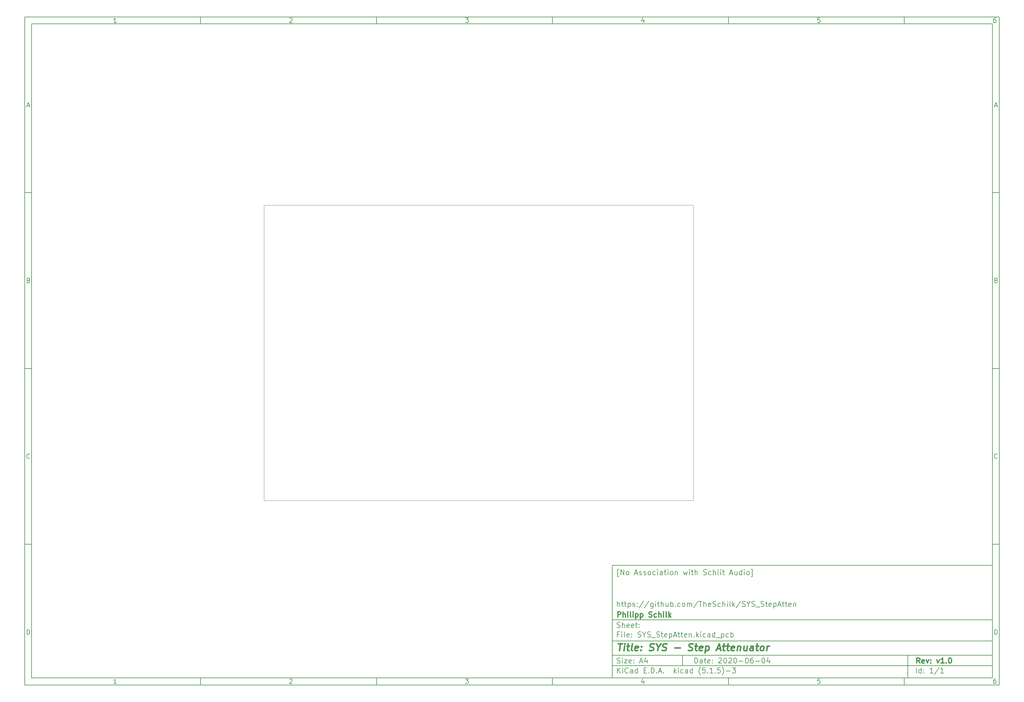
<source format=gbr>
G04 #@! TF.GenerationSoftware,KiCad,Pcbnew,(5.1.5)-3*
G04 #@! TF.CreationDate,2020-06-04T18:22:52+02:00*
G04 #@! TF.ProjectId,SYS_StepAtten,5359535f-5374-4657-9041-7474656e2e6b,v1.0*
G04 #@! TF.SameCoordinates,Original*
G04 #@! TF.FileFunction,Profile,NP*
%FSLAX46Y46*%
G04 Gerber Fmt 4.6, Leading zero omitted, Abs format (unit mm)*
G04 Created by KiCad (PCBNEW (5.1.5)-3) date 2020-06-04 18:22:52*
%MOMM*%
%LPD*%
G04 APERTURE LIST*
%ADD10C,0.100000*%
%ADD11C,0.150000*%
%ADD12C,0.300000*%
%ADD13C,0.400000*%
%ADD14C,0.050000*%
G04 APERTURE END LIST*
D10*
D11*
X177002200Y-166007200D02*
X177002200Y-198007200D01*
X285002200Y-198007200D01*
X285002200Y-166007200D01*
X177002200Y-166007200D01*
D10*
D11*
X10000000Y-10000000D02*
X10000000Y-200007200D01*
X287002200Y-200007200D01*
X287002200Y-10000000D01*
X10000000Y-10000000D01*
D10*
D11*
X12000000Y-12000000D02*
X12000000Y-198007200D01*
X285002200Y-198007200D01*
X285002200Y-12000000D01*
X12000000Y-12000000D01*
D10*
D11*
X60000000Y-12000000D02*
X60000000Y-10000000D01*
D10*
D11*
X110000000Y-12000000D02*
X110000000Y-10000000D01*
D10*
D11*
X160000000Y-12000000D02*
X160000000Y-10000000D01*
D10*
D11*
X210000000Y-12000000D02*
X210000000Y-10000000D01*
D10*
D11*
X260000000Y-12000000D02*
X260000000Y-10000000D01*
D10*
D11*
X36065476Y-11588095D02*
X35322619Y-11588095D01*
X35694047Y-11588095D02*
X35694047Y-10288095D01*
X35570238Y-10473809D01*
X35446428Y-10597619D01*
X35322619Y-10659523D01*
D10*
D11*
X85322619Y-10411904D02*
X85384523Y-10350000D01*
X85508333Y-10288095D01*
X85817857Y-10288095D01*
X85941666Y-10350000D01*
X86003571Y-10411904D01*
X86065476Y-10535714D01*
X86065476Y-10659523D01*
X86003571Y-10845238D01*
X85260714Y-11588095D01*
X86065476Y-11588095D01*
D10*
D11*
X135260714Y-10288095D02*
X136065476Y-10288095D01*
X135632142Y-10783333D01*
X135817857Y-10783333D01*
X135941666Y-10845238D01*
X136003571Y-10907142D01*
X136065476Y-11030952D01*
X136065476Y-11340476D01*
X136003571Y-11464285D01*
X135941666Y-11526190D01*
X135817857Y-11588095D01*
X135446428Y-11588095D01*
X135322619Y-11526190D01*
X135260714Y-11464285D01*
D10*
D11*
X185941666Y-10721428D02*
X185941666Y-11588095D01*
X185632142Y-10226190D02*
X185322619Y-11154761D01*
X186127380Y-11154761D01*
D10*
D11*
X236003571Y-10288095D02*
X235384523Y-10288095D01*
X235322619Y-10907142D01*
X235384523Y-10845238D01*
X235508333Y-10783333D01*
X235817857Y-10783333D01*
X235941666Y-10845238D01*
X236003571Y-10907142D01*
X236065476Y-11030952D01*
X236065476Y-11340476D01*
X236003571Y-11464285D01*
X235941666Y-11526190D01*
X235817857Y-11588095D01*
X235508333Y-11588095D01*
X235384523Y-11526190D01*
X235322619Y-11464285D01*
D10*
D11*
X285941666Y-10288095D02*
X285694047Y-10288095D01*
X285570238Y-10350000D01*
X285508333Y-10411904D01*
X285384523Y-10597619D01*
X285322619Y-10845238D01*
X285322619Y-11340476D01*
X285384523Y-11464285D01*
X285446428Y-11526190D01*
X285570238Y-11588095D01*
X285817857Y-11588095D01*
X285941666Y-11526190D01*
X286003571Y-11464285D01*
X286065476Y-11340476D01*
X286065476Y-11030952D01*
X286003571Y-10907142D01*
X285941666Y-10845238D01*
X285817857Y-10783333D01*
X285570238Y-10783333D01*
X285446428Y-10845238D01*
X285384523Y-10907142D01*
X285322619Y-11030952D01*
D10*
D11*
X60000000Y-198007200D02*
X60000000Y-200007200D01*
D10*
D11*
X110000000Y-198007200D02*
X110000000Y-200007200D01*
D10*
D11*
X160000000Y-198007200D02*
X160000000Y-200007200D01*
D10*
D11*
X210000000Y-198007200D02*
X210000000Y-200007200D01*
D10*
D11*
X260000000Y-198007200D02*
X260000000Y-200007200D01*
D10*
D11*
X36065476Y-199595295D02*
X35322619Y-199595295D01*
X35694047Y-199595295D02*
X35694047Y-198295295D01*
X35570238Y-198481009D01*
X35446428Y-198604819D01*
X35322619Y-198666723D01*
D10*
D11*
X85322619Y-198419104D02*
X85384523Y-198357200D01*
X85508333Y-198295295D01*
X85817857Y-198295295D01*
X85941666Y-198357200D01*
X86003571Y-198419104D01*
X86065476Y-198542914D01*
X86065476Y-198666723D01*
X86003571Y-198852438D01*
X85260714Y-199595295D01*
X86065476Y-199595295D01*
D10*
D11*
X135260714Y-198295295D02*
X136065476Y-198295295D01*
X135632142Y-198790533D01*
X135817857Y-198790533D01*
X135941666Y-198852438D01*
X136003571Y-198914342D01*
X136065476Y-199038152D01*
X136065476Y-199347676D01*
X136003571Y-199471485D01*
X135941666Y-199533390D01*
X135817857Y-199595295D01*
X135446428Y-199595295D01*
X135322619Y-199533390D01*
X135260714Y-199471485D01*
D10*
D11*
X185941666Y-198728628D02*
X185941666Y-199595295D01*
X185632142Y-198233390D02*
X185322619Y-199161961D01*
X186127380Y-199161961D01*
D10*
D11*
X236003571Y-198295295D02*
X235384523Y-198295295D01*
X235322619Y-198914342D01*
X235384523Y-198852438D01*
X235508333Y-198790533D01*
X235817857Y-198790533D01*
X235941666Y-198852438D01*
X236003571Y-198914342D01*
X236065476Y-199038152D01*
X236065476Y-199347676D01*
X236003571Y-199471485D01*
X235941666Y-199533390D01*
X235817857Y-199595295D01*
X235508333Y-199595295D01*
X235384523Y-199533390D01*
X235322619Y-199471485D01*
D10*
D11*
X285941666Y-198295295D02*
X285694047Y-198295295D01*
X285570238Y-198357200D01*
X285508333Y-198419104D01*
X285384523Y-198604819D01*
X285322619Y-198852438D01*
X285322619Y-199347676D01*
X285384523Y-199471485D01*
X285446428Y-199533390D01*
X285570238Y-199595295D01*
X285817857Y-199595295D01*
X285941666Y-199533390D01*
X286003571Y-199471485D01*
X286065476Y-199347676D01*
X286065476Y-199038152D01*
X286003571Y-198914342D01*
X285941666Y-198852438D01*
X285817857Y-198790533D01*
X285570238Y-198790533D01*
X285446428Y-198852438D01*
X285384523Y-198914342D01*
X285322619Y-199038152D01*
D10*
D11*
X10000000Y-60000000D02*
X12000000Y-60000000D01*
D10*
D11*
X10000000Y-110000000D02*
X12000000Y-110000000D01*
D10*
D11*
X10000000Y-160000000D02*
X12000000Y-160000000D01*
D10*
D11*
X10690476Y-35216666D02*
X11309523Y-35216666D01*
X10566666Y-35588095D02*
X11000000Y-34288095D01*
X11433333Y-35588095D01*
D10*
D11*
X11092857Y-84907142D02*
X11278571Y-84969047D01*
X11340476Y-85030952D01*
X11402380Y-85154761D01*
X11402380Y-85340476D01*
X11340476Y-85464285D01*
X11278571Y-85526190D01*
X11154761Y-85588095D01*
X10659523Y-85588095D01*
X10659523Y-84288095D01*
X11092857Y-84288095D01*
X11216666Y-84350000D01*
X11278571Y-84411904D01*
X11340476Y-84535714D01*
X11340476Y-84659523D01*
X11278571Y-84783333D01*
X11216666Y-84845238D01*
X11092857Y-84907142D01*
X10659523Y-84907142D01*
D10*
D11*
X11402380Y-135464285D02*
X11340476Y-135526190D01*
X11154761Y-135588095D01*
X11030952Y-135588095D01*
X10845238Y-135526190D01*
X10721428Y-135402380D01*
X10659523Y-135278571D01*
X10597619Y-135030952D01*
X10597619Y-134845238D01*
X10659523Y-134597619D01*
X10721428Y-134473809D01*
X10845238Y-134350000D01*
X11030952Y-134288095D01*
X11154761Y-134288095D01*
X11340476Y-134350000D01*
X11402380Y-134411904D01*
D10*
D11*
X10659523Y-185588095D02*
X10659523Y-184288095D01*
X10969047Y-184288095D01*
X11154761Y-184350000D01*
X11278571Y-184473809D01*
X11340476Y-184597619D01*
X11402380Y-184845238D01*
X11402380Y-185030952D01*
X11340476Y-185278571D01*
X11278571Y-185402380D01*
X11154761Y-185526190D01*
X10969047Y-185588095D01*
X10659523Y-185588095D01*
D10*
D11*
X287002200Y-60000000D02*
X285002200Y-60000000D01*
D10*
D11*
X287002200Y-110000000D02*
X285002200Y-110000000D01*
D10*
D11*
X287002200Y-160000000D02*
X285002200Y-160000000D01*
D10*
D11*
X285692676Y-35216666D02*
X286311723Y-35216666D01*
X285568866Y-35588095D02*
X286002200Y-34288095D01*
X286435533Y-35588095D01*
D10*
D11*
X286095057Y-84907142D02*
X286280771Y-84969047D01*
X286342676Y-85030952D01*
X286404580Y-85154761D01*
X286404580Y-85340476D01*
X286342676Y-85464285D01*
X286280771Y-85526190D01*
X286156961Y-85588095D01*
X285661723Y-85588095D01*
X285661723Y-84288095D01*
X286095057Y-84288095D01*
X286218866Y-84350000D01*
X286280771Y-84411904D01*
X286342676Y-84535714D01*
X286342676Y-84659523D01*
X286280771Y-84783333D01*
X286218866Y-84845238D01*
X286095057Y-84907142D01*
X285661723Y-84907142D01*
D10*
D11*
X286404580Y-135464285D02*
X286342676Y-135526190D01*
X286156961Y-135588095D01*
X286033152Y-135588095D01*
X285847438Y-135526190D01*
X285723628Y-135402380D01*
X285661723Y-135278571D01*
X285599819Y-135030952D01*
X285599819Y-134845238D01*
X285661723Y-134597619D01*
X285723628Y-134473809D01*
X285847438Y-134350000D01*
X286033152Y-134288095D01*
X286156961Y-134288095D01*
X286342676Y-134350000D01*
X286404580Y-134411904D01*
D10*
D11*
X285661723Y-185588095D02*
X285661723Y-184288095D01*
X285971247Y-184288095D01*
X286156961Y-184350000D01*
X286280771Y-184473809D01*
X286342676Y-184597619D01*
X286404580Y-184845238D01*
X286404580Y-185030952D01*
X286342676Y-185278571D01*
X286280771Y-185402380D01*
X286156961Y-185526190D01*
X285971247Y-185588095D01*
X285661723Y-185588095D01*
D10*
D11*
X200434342Y-193785771D02*
X200434342Y-192285771D01*
X200791485Y-192285771D01*
X201005771Y-192357200D01*
X201148628Y-192500057D01*
X201220057Y-192642914D01*
X201291485Y-192928628D01*
X201291485Y-193142914D01*
X201220057Y-193428628D01*
X201148628Y-193571485D01*
X201005771Y-193714342D01*
X200791485Y-193785771D01*
X200434342Y-193785771D01*
X202577200Y-193785771D02*
X202577200Y-193000057D01*
X202505771Y-192857200D01*
X202362914Y-192785771D01*
X202077200Y-192785771D01*
X201934342Y-192857200D01*
X202577200Y-193714342D02*
X202434342Y-193785771D01*
X202077200Y-193785771D01*
X201934342Y-193714342D01*
X201862914Y-193571485D01*
X201862914Y-193428628D01*
X201934342Y-193285771D01*
X202077200Y-193214342D01*
X202434342Y-193214342D01*
X202577200Y-193142914D01*
X203077200Y-192785771D02*
X203648628Y-192785771D01*
X203291485Y-192285771D02*
X203291485Y-193571485D01*
X203362914Y-193714342D01*
X203505771Y-193785771D01*
X203648628Y-193785771D01*
X204720057Y-193714342D02*
X204577200Y-193785771D01*
X204291485Y-193785771D01*
X204148628Y-193714342D01*
X204077200Y-193571485D01*
X204077200Y-193000057D01*
X204148628Y-192857200D01*
X204291485Y-192785771D01*
X204577200Y-192785771D01*
X204720057Y-192857200D01*
X204791485Y-193000057D01*
X204791485Y-193142914D01*
X204077200Y-193285771D01*
X205434342Y-193642914D02*
X205505771Y-193714342D01*
X205434342Y-193785771D01*
X205362914Y-193714342D01*
X205434342Y-193642914D01*
X205434342Y-193785771D01*
X205434342Y-192857200D02*
X205505771Y-192928628D01*
X205434342Y-193000057D01*
X205362914Y-192928628D01*
X205434342Y-192857200D01*
X205434342Y-193000057D01*
X207220057Y-192428628D02*
X207291485Y-192357200D01*
X207434342Y-192285771D01*
X207791485Y-192285771D01*
X207934342Y-192357200D01*
X208005771Y-192428628D01*
X208077200Y-192571485D01*
X208077200Y-192714342D01*
X208005771Y-192928628D01*
X207148628Y-193785771D01*
X208077200Y-193785771D01*
X209005771Y-192285771D02*
X209148628Y-192285771D01*
X209291485Y-192357200D01*
X209362914Y-192428628D01*
X209434342Y-192571485D01*
X209505771Y-192857200D01*
X209505771Y-193214342D01*
X209434342Y-193500057D01*
X209362914Y-193642914D01*
X209291485Y-193714342D01*
X209148628Y-193785771D01*
X209005771Y-193785771D01*
X208862914Y-193714342D01*
X208791485Y-193642914D01*
X208720057Y-193500057D01*
X208648628Y-193214342D01*
X208648628Y-192857200D01*
X208720057Y-192571485D01*
X208791485Y-192428628D01*
X208862914Y-192357200D01*
X209005771Y-192285771D01*
X210077200Y-192428628D02*
X210148628Y-192357200D01*
X210291485Y-192285771D01*
X210648628Y-192285771D01*
X210791485Y-192357200D01*
X210862914Y-192428628D01*
X210934342Y-192571485D01*
X210934342Y-192714342D01*
X210862914Y-192928628D01*
X210005771Y-193785771D01*
X210934342Y-193785771D01*
X211862914Y-192285771D02*
X212005771Y-192285771D01*
X212148628Y-192357200D01*
X212220057Y-192428628D01*
X212291485Y-192571485D01*
X212362914Y-192857200D01*
X212362914Y-193214342D01*
X212291485Y-193500057D01*
X212220057Y-193642914D01*
X212148628Y-193714342D01*
X212005771Y-193785771D01*
X211862914Y-193785771D01*
X211720057Y-193714342D01*
X211648628Y-193642914D01*
X211577200Y-193500057D01*
X211505771Y-193214342D01*
X211505771Y-192857200D01*
X211577200Y-192571485D01*
X211648628Y-192428628D01*
X211720057Y-192357200D01*
X211862914Y-192285771D01*
X213005771Y-193214342D02*
X214148628Y-193214342D01*
X215148628Y-192285771D02*
X215291485Y-192285771D01*
X215434342Y-192357200D01*
X215505771Y-192428628D01*
X215577200Y-192571485D01*
X215648628Y-192857200D01*
X215648628Y-193214342D01*
X215577200Y-193500057D01*
X215505771Y-193642914D01*
X215434342Y-193714342D01*
X215291485Y-193785771D01*
X215148628Y-193785771D01*
X215005771Y-193714342D01*
X214934342Y-193642914D01*
X214862914Y-193500057D01*
X214791485Y-193214342D01*
X214791485Y-192857200D01*
X214862914Y-192571485D01*
X214934342Y-192428628D01*
X215005771Y-192357200D01*
X215148628Y-192285771D01*
X216934342Y-192285771D02*
X216648628Y-192285771D01*
X216505771Y-192357200D01*
X216434342Y-192428628D01*
X216291485Y-192642914D01*
X216220057Y-192928628D01*
X216220057Y-193500057D01*
X216291485Y-193642914D01*
X216362914Y-193714342D01*
X216505771Y-193785771D01*
X216791485Y-193785771D01*
X216934342Y-193714342D01*
X217005771Y-193642914D01*
X217077200Y-193500057D01*
X217077200Y-193142914D01*
X217005771Y-193000057D01*
X216934342Y-192928628D01*
X216791485Y-192857200D01*
X216505771Y-192857200D01*
X216362914Y-192928628D01*
X216291485Y-193000057D01*
X216220057Y-193142914D01*
X217720057Y-193214342D02*
X218862914Y-193214342D01*
X219862914Y-192285771D02*
X220005771Y-192285771D01*
X220148628Y-192357200D01*
X220220057Y-192428628D01*
X220291485Y-192571485D01*
X220362914Y-192857200D01*
X220362914Y-193214342D01*
X220291485Y-193500057D01*
X220220057Y-193642914D01*
X220148628Y-193714342D01*
X220005771Y-193785771D01*
X219862914Y-193785771D01*
X219720057Y-193714342D01*
X219648628Y-193642914D01*
X219577200Y-193500057D01*
X219505771Y-193214342D01*
X219505771Y-192857200D01*
X219577200Y-192571485D01*
X219648628Y-192428628D01*
X219720057Y-192357200D01*
X219862914Y-192285771D01*
X221648628Y-192785771D02*
X221648628Y-193785771D01*
X221291485Y-192214342D02*
X220934342Y-193285771D01*
X221862914Y-193285771D01*
D10*
D11*
X177002200Y-194507200D02*
X285002200Y-194507200D01*
D10*
D11*
X178434342Y-196585771D02*
X178434342Y-195085771D01*
X179291485Y-196585771D02*
X178648628Y-195728628D01*
X179291485Y-195085771D02*
X178434342Y-195942914D01*
X179934342Y-196585771D02*
X179934342Y-195585771D01*
X179934342Y-195085771D02*
X179862914Y-195157200D01*
X179934342Y-195228628D01*
X180005771Y-195157200D01*
X179934342Y-195085771D01*
X179934342Y-195228628D01*
X181505771Y-196442914D02*
X181434342Y-196514342D01*
X181220057Y-196585771D01*
X181077200Y-196585771D01*
X180862914Y-196514342D01*
X180720057Y-196371485D01*
X180648628Y-196228628D01*
X180577200Y-195942914D01*
X180577200Y-195728628D01*
X180648628Y-195442914D01*
X180720057Y-195300057D01*
X180862914Y-195157200D01*
X181077200Y-195085771D01*
X181220057Y-195085771D01*
X181434342Y-195157200D01*
X181505771Y-195228628D01*
X182791485Y-196585771D02*
X182791485Y-195800057D01*
X182720057Y-195657200D01*
X182577200Y-195585771D01*
X182291485Y-195585771D01*
X182148628Y-195657200D01*
X182791485Y-196514342D02*
X182648628Y-196585771D01*
X182291485Y-196585771D01*
X182148628Y-196514342D01*
X182077200Y-196371485D01*
X182077200Y-196228628D01*
X182148628Y-196085771D01*
X182291485Y-196014342D01*
X182648628Y-196014342D01*
X182791485Y-195942914D01*
X184148628Y-196585771D02*
X184148628Y-195085771D01*
X184148628Y-196514342D02*
X184005771Y-196585771D01*
X183720057Y-196585771D01*
X183577200Y-196514342D01*
X183505771Y-196442914D01*
X183434342Y-196300057D01*
X183434342Y-195871485D01*
X183505771Y-195728628D01*
X183577200Y-195657200D01*
X183720057Y-195585771D01*
X184005771Y-195585771D01*
X184148628Y-195657200D01*
X186005771Y-195800057D02*
X186505771Y-195800057D01*
X186720057Y-196585771D02*
X186005771Y-196585771D01*
X186005771Y-195085771D01*
X186720057Y-195085771D01*
X187362914Y-196442914D02*
X187434342Y-196514342D01*
X187362914Y-196585771D01*
X187291485Y-196514342D01*
X187362914Y-196442914D01*
X187362914Y-196585771D01*
X188077200Y-196585771D02*
X188077200Y-195085771D01*
X188434342Y-195085771D01*
X188648628Y-195157200D01*
X188791485Y-195300057D01*
X188862914Y-195442914D01*
X188934342Y-195728628D01*
X188934342Y-195942914D01*
X188862914Y-196228628D01*
X188791485Y-196371485D01*
X188648628Y-196514342D01*
X188434342Y-196585771D01*
X188077200Y-196585771D01*
X189577200Y-196442914D02*
X189648628Y-196514342D01*
X189577200Y-196585771D01*
X189505771Y-196514342D01*
X189577200Y-196442914D01*
X189577200Y-196585771D01*
X190220057Y-196157200D02*
X190934342Y-196157200D01*
X190077200Y-196585771D02*
X190577200Y-195085771D01*
X191077200Y-196585771D01*
X191577200Y-196442914D02*
X191648628Y-196514342D01*
X191577200Y-196585771D01*
X191505771Y-196514342D01*
X191577200Y-196442914D01*
X191577200Y-196585771D01*
X194577200Y-196585771D02*
X194577200Y-195085771D01*
X194720057Y-196014342D02*
X195148628Y-196585771D01*
X195148628Y-195585771D02*
X194577200Y-196157200D01*
X195791485Y-196585771D02*
X195791485Y-195585771D01*
X195791485Y-195085771D02*
X195720057Y-195157200D01*
X195791485Y-195228628D01*
X195862914Y-195157200D01*
X195791485Y-195085771D01*
X195791485Y-195228628D01*
X197148628Y-196514342D02*
X197005771Y-196585771D01*
X196720057Y-196585771D01*
X196577200Y-196514342D01*
X196505771Y-196442914D01*
X196434342Y-196300057D01*
X196434342Y-195871485D01*
X196505771Y-195728628D01*
X196577200Y-195657200D01*
X196720057Y-195585771D01*
X197005771Y-195585771D01*
X197148628Y-195657200D01*
X198434342Y-196585771D02*
X198434342Y-195800057D01*
X198362914Y-195657200D01*
X198220057Y-195585771D01*
X197934342Y-195585771D01*
X197791485Y-195657200D01*
X198434342Y-196514342D02*
X198291485Y-196585771D01*
X197934342Y-196585771D01*
X197791485Y-196514342D01*
X197720057Y-196371485D01*
X197720057Y-196228628D01*
X197791485Y-196085771D01*
X197934342Y-196014342D01*
X198291485Y-196014342D01*
X198434342Y-195942914D01*
X199791485Y-196585771D02*
X199791485Y-195085771D01*
X199791485Y-196514342D02*
X199648628Y-196585771D01*
X199362914Y-196585771D01*
X199220057Y-196514342D01*
X199148628Y-196442914D01*
X199077200Y-196300057D01*
X199077200Y-195871485D01*
X199148628Y-195728628D01*
X199220057Y-195657200D01*
X199362914Y-195585771D01*
X199648628Y-195585771D01*
X199791485Y-195657200D01*
X202077200Y-197157200D02*
X202005771Y-197085771D01*
X201862914Y-196871485D01*
X201791485Y-196728628D01*
X201720057Y-196514342D01*
X201648628Y-196157200D01*
X201648628Y-195871485D01*
X201720057Y-195514342D01*
X201791485Y-195300057D01*
X201862914Y-195157200D01*
X202005771Y-194942914D01*
X202077200Y-194871485D01*
X203362914Y-195085771D02*
X202648628Y-195085771D01*
X202577200Y-195800057D01*
X202648628Y-195728628D01*
X202791485Y-195657200D01*
X203148628Y-195657200D01*
X203291485Y-195728628D01*
X203362914Y-195800057D01*
X203434342Y-195942914D01*
X203434342Y-196300057D01*
X203362914Y-196442914D01*
X203291485Y-196514342D01*
X203148628Y-196585771D01*
X202791485Y-196585771D01*
X202648628Y-196514342D01*
X202577200Y-196442914D01*
X204077200Y-196442914D02*
X204148628Y-196514342D01*
X204077200Y-196585771D01*
X204005771Y-196514342D01*
X204077200Y-196442914D01*
X204077200Y-196585771D01*
X205577200Y-196585771D02*
X204720057Y-196585771D01*
X205148628Y-196585771D02*
X205148628Y-195085771D01*
X205005771Y-195300057D01*
X204862914Y-195442914D01*
X204720057Y-195514342D01*
X206220057Y-196442914D02*
X206291485Y-196514342D01*
X206220057Y-196585771D01*
X206148628Y-196514342D01*
X206220057Y-196442914D01*
X206220057Y-196585771D01*
X207648628Y-195085771D02*
X206934342Y-195085771D01*
X206862914Y-195800057D01*
X206934342Y-195728628D01*
X207077200Y-195657200D01*
X207434342Y-195657200D01*
X207577200Y-195728628D01*
X207648628Y-195800057D01*
X207720057Y-195942914D01*
X207720057Y-196300057D01*
X207648628Y-196442914D01*
X207577200Y-196514342D01*
X207434342Y-196585771D01*
X207077200Y-196585771D01*
X206934342Y-196514342D01*
X206862914Y-196442914D01*
X208220057Y-197157200D02*
X208291485Y-197085771D01*
X208434342Y-196871485D01*
X208505771Y-196728628D01*
X208577200Y-196514342D01*
X208648628Y-196157200D01*
X208648628Y-195871485D01*
X208577200Y-195514342D01*
X208505771Y-195300057D01*
X208434342Y-195157200D01*
X208291485Y-194942914D01*
X208220057Y-194871485D01*
X209362914Y-196014342D02*
X210505771Y-196014342D01*
X211077200Y-195085771D02*
X212005771Y-195085771D01*
X211505771Y-195657200D01*
X211720057Y-195657200D01*
X211862914Y-195728628D01*
X211934342Y-195800057D01*
X212005771Y-195942914D01*
X212005771Y-196300057D01*
X211934342Y-196442914D01*
X211862914Y-196514342D01*
X211720057Y-196585771D01*
X211291485Y-196585771D01*
X211148628Y-196514342D01*
X211077200Y-196442914D01*
D10*
D11*
X177002200Y-191507200D02*
X285002200Y-191507200D01*
D10*
D12*
X264411485Y-193785771D02*
X263911485Y-193071485D01*
X263554342Y-193785771D02*
X263554342Y-192285771D01*
X264125771Y-192285771D01*
X264268628Y-192357200D01*
X264340057Y-192428628D01*
X264411485Y-192571485D01*
X264411485Y-192785771D01*
X264340057Y-192928628D01*
X264268628Y-193000057D01*
X264125771Y-193071485D01*
X263554342Y-193071485D01*
X265625771Y-193714342D02*
X265482914Y-193785771D01*
X265197200Y-193785771D01*
X265054342Y-193714342D01*
X264982914Y-193571485D01*
X264982914Y-193000057D01*
X265054342Y-192857200D01*
X265197200Y-192785771D01*
X265482914Y-192785771D01*
X265625771Y-192857200D01*
X265697200Y-193000057D01*
X265697200Y-193142914D01*
X264982914Y-193285771D01*
X266197200Y-192785771D02*
X266554342Y-193785771D01*
X266911485Y-192785771D01*
X267482914Y-193642914D02*
X267554342Y-193714342D01*
X267482914Y-193785771D01*
X267411485Y-193714342D01*
X267482914Y-193642914D01*
X267482914Y-193785771D01*
X267482914Y-192857200D02*
X267554342Y-192928628D01*
X267482914Y-193000057D01*
X267411485Y-192928628D01*
X267482914Y-192857200D01*
X267482914Y-193000057D01*
X269197200Y-192785771D02*
X269554342Y-193785771D01*
X269911485Y-192785771D01*
X271268628Y-193785771D02*
X270411485Y-193785771D01*
X270840057Y-193785771D02*
X270840057Y-192285771D01*
X270697200Y-192500057D01*
X270554342Y-192642914D01*
X270411485Y-192714342D01*
X271911485Y-193642914D02*
X271982914Y-193714342D01*
X271911485Y-193785771D01*
X271840057Y-193714342D01*
X271911485Y-193642914D01*
X271911485Y-193785771D01*
X272911485Y-192285771D02*
X273054342Y-192285771D01*
X273197200Y-192357200D01*
X273268628Y-192428628D01*
X273340057Y-192571485D01*
X273411485Y-192857200D01*
X273411485Y-193214342D01*
X273340057Y-193500057D01*
X273268628Y-193642914D01*
X273197200Y-193714342D01*
X273054342Y-193785771D01*
X272911485Y-193785771D01*
X272768628Y-193714342D01*
X272697200Y-193642914D01*
X272625771Y-193500057D01*
X272554342Y-193214342D01*
X272554342Y-192857200D01*
X272625771Y-192571485D01*
X272697200Y-192428628D01*
X272768628Y-192357200D01*
X272911485Y-192285771D01*
D10*
D11*
X178362914Y-193714342D02*
X178577200Y-193785771D01*
X178934342Y-193785771D01*
X179077200Y-193714342D01*
X179148628Y-193642914D01*
X179220057Y-193500057D01*
X179220057Y-193357200D01*
X179148628Y-193214342D01*
X179077200Y-193142914D01*
X178934342Y-193071485D01*
X178648628Y-193000057D01*
X178505771Y-192928628D01*
X178434342Y-192857200D01*
X178362914Y-192714342D01*
X178362914Y-192571485D01*
X178434342Y-192428628D01*
X178505771Y-192357200D01*
X178648628Y-192285771D01*
X179005771Y-192285771D01*
X179220057Y-192357200D01*
X179862914Y-193785771D02*
X179862914Y-192785771D01*
X179862914Y-192285771D02*
X179791485Y-192357200D01*
X179862914Y-192428628D01*
X179934342Y-192357200D01*
X179862914Y-192285771D01*
X179862914Y-192428628D01*
X180434342Y-192785771D02*
X181220057Y-192785771D01*
X180434342Y-193785771D01*
X181220057Y-193785771D01*
X182362914Y-193714342D02*
X182220057Y-193785771D01*
X181934342Y-193785771D01*
X181791485Y-193714342D01*
X181720057Y-193571485D01*
X181720057Y-193000057D01*
X181791485Y-192857200D01*
X181934342Y-192785771D01*
X182220057Y-192785771D01*
X182362914Y-192857200D01*
X182434342Y-193000057D01*
X182434342Y-193142914D01*
X181720057Y-193285771D01*
X183077200Y-193642914D02*
X183148628Y-193714342D01*
X183077200Y-193785771D01*
X183005771Y-193714342D01*
X183077200Y-193642914D01*
X183077200Y-193785771D01*
X183077200Y-192857200D02*
X183148628Y-192928628D01*
X183077200Y-193000057D01*
X183005771Y-192928628D01*
X183077200Y-192857200D01*
X183077200Y-193000057D01*
X184862914Y-193357200D02*
X185577200Y-193357200D01*
X184720057Y-193785771D02*
X185220057Y-192285771D01*
X185720057Y-193785771D01*
X186862914Y-192785771D02*
X186862914Y-193785771D01*
X186505771Y-192214342D02*
X186148628Y-193285771D01*
X187077200Y-193285771D01*
D10*
D11*
X263434342Y-196585771D02*
X263434342Y-195085771D01*
X264791485Y-196585771D02*
X264791485Y-195085771D01*
X264791485Y-196514342D02*
X264648628Y-196585771D01*
X264362914Y-196585771D01*
X264220057Y-196514342D01*
X264148628Y-196442914D01*
X264077200Y-196300057D01*
X264077200Y-195871485D01*
X264148628Y-195728628D01*
X264220057Y-195657200D01*
X264362914Y-195585771D01*
X264648628Y-195585771D01*
X264791485Y-195657200D01*
X265505771Y-196442914D02*
X265577200Y-196514342D01*
X265505771Y-196585771D01*
X265434342Y-196514342D01*
X265505771Y-196442914D01*
X265505771Y-196585771D01*
X265505771Y-195657200D02*
X265577200Y-195728628D01*
X265505771Y-195800057D01*
X265434342Y-195728628D01*
X265505771Y-195657200D01*
X265505771Y-195800057D01*
X268148628Y-196585771D02*
X267291485Y-196585771D01*
X267720057Y-196585771D02*
X267720057Y-195085771D01*
X267577200Y-195300057D01*
X267434342Y-195442914D01*
X267291485Y-195514342D01*
X269862914Y-195014342D02*
X268577200Y-196942914D01*
X271148628Y-196585771D02*
X270291485Y-196585771D01*
X270720057Y-196585771D02*
X270720057Y-195085771D01*
X270577200Y-195300057D01*
X270434342Y-195442914D01*
X270291485Y-195514342D01*
D10*
D11*
X177002200Y-187507200D02*
X285002200Y-187507200D01*
D10*
D13*
X178714580Y-188211961D02*
X179857438Y-188211961D01*
X179036009Y-190211961D02*
X179286009Y-188211961D01*
X180274104Y-190211961D02*
X180440771Y-188878628D01*
X180524104Y-188211961D02*
X180416961Y-188307200D01*
X180500295Y-188402438D01*
X180607438Y-188307200D01*
X180524104Y-188211961D01*
X180500295Y-188402438D01*
X181107438Y-188878628D02*
X181869342Y-188878628D01*
X181476485Y-188211961D02*
X181262200Y-189926247D01*
X181333628Y-190116723D01*
X181512200Y-190211961D01*
X181702676Y-190211961D01*
X182655057Y-190211961D02*
X182476485Y-190116723D01*
X182405057Y-189926247D01*
X182619342Y-188211961D01*
X184190771Y-190116723D02*
X183988390Y-190211961D01*
X183607438Y-190211961D01*
X183428866Y-190116723D01*
X183357438Y-189926247D01*
X183452676Y-189164342D01*
X183571723Y-188973866D01*
X183774104Y-188878628D01*
X184155057Y-188878628D01*
X184333628Y-188973866D01*
X184405057Y-189164342D01*
X184381247Y-189354819D01*
X183405057Y-189545295D01*
X185155057Y-190021485D02*
X185238390Y-190116723D01*
X185131247Y-190211961D01*
X185047914Y-190116723D01*
X185155057Y-190021485D01*
X185131247Y-190211961D01*
X185286009Y-188973866D02*
X185369342Y-189069104D01*
X185262200Y-189164342D01*
X185178866Y-189069104D01*
X185286009Y-188973866D01*
X185262200Y-189164342D01*
X187524104Y-190116723D02*
X187797914Y-190211961D01*
X188274104Y-190211961D01*
X188476485Y-190116723D01*
X188583628Y-190021485D01*
X188702676Y-189831009D01*
X188726485Y-189640533D01*
X188655057Y-189450057D01*
X188571723Y-189354819D01*
X188393152Y-189259580D01*
X188024104Y-189164342D01*
X187845533Y-189069104D01*
X187762200Y-188973866D01*
X187690771Y-188783390D01*
X187714580Y-188592914D01*
X187833628Y-188402438D01*
X187940771Y-188307200D01*
X188143152Y-188211961D01*
X188619342Y-188211961D01*
X188893152Y-188307200D01*
X190012200Y-189259580D02*
X189893152Y-190211961D01*
X189476485Y-188211961D02*
X190012200Y-189259580D01*
X190809819Y-188211961D01*
X191143152Y-190116723D02*
X191416961Y-190211961D01*
X191893152Y-190211961D01*
X192095533Y-190116723D01*
X192202676Y-190021485D01*
X192321723Y-189831009D01*
X192345533Y-189640533D01*
X192274104Y-189450057D01*
X192190771Y-189354819D01*
X192012200Y-189259580D01*
X191643152Y-189164342D01*
X191464580Y-189069104D01*
X191381247Y-188973866D01*
X191309819Y-188783390D01*
X191333628Y-188592914D01*
X191452676Y-188402438D01*
X191559819Y-188307200D01*
X191762200Y-188211961D01*
X192238390Y-188211961D01*
X192512200Y-188307200D01*
X194750295Y-189450057D02*
X196274104Y-189450057D01*
X198571723Y-190116723D02*
X198845533Y-190211961D01*
X199321723Y-190211961D01*
X199524104Y-190116723D01*
X199631247Y-190021485D01*
X199750295Y-189831009D01*
X199774104Y-189640533D01*
X199702676Y-189450057D01*
X199619342Y-189354819D01*
X199440771Y-189259580D01*
X199071723Y-189164342D01*
X198893152Y-189069104D01*
X198809819Y-188973866D01*
X198738390Y-188783390D01*
X198762200Y-188592914D01*
X198881247Y-188402438D01*
X198988390Y-188307200D01*
X199190771Y-188211961D01*
X199666961Y-188211961D01*
X199940771Y-188307200D01*
X200440771Y-188878628D02*
X201202676Y-188878628D01*
X200809819Y-188211961D02*
X200595533Y-189926247D01*
X200666961Y-190116723D01*
X200845533Y-190211961D01*
X201036009Y-190211961D01*
X202476485Y-190116723D02*
X202274104Y-190211961D01*
X201893152Y-190211961D01*
X201714580Y-190116723D01*
X201643152Y-189926247D01*
X201738390Y-189164342D01*
X201857438Y-188973866D01*
X202059819Y-188878628D01*
X202440771Y-188878628D01*
X202619342Y-188973866D01*
X202690771Y-189164342D01*
X202666961Y-189354819D01*
X201690771Y-189545295D01*
X203583628Y-188878628D02*
X203333628Y-190878628D01*
X203571723Y-188973866D02*
X203774104Y-188878628D01*
X204155057Y-188878628D01*
X204333628Y-188973866D01*
X204416961Y-189069104D01*
X204488390Y-189259580D01*
X204416961Y-189831009D01*
X204297914Y-190021485D01*
X204190771Y-190116723D01*
X203988390Y-190211961D01*
X203607438Y-190211961D01*
X203428866Y-190116723D01*
X206726485Y-189640533D02*
X207678866Y-189640533D01*
X206464580Y-190211961D02*
X207381247Y-188211961D01*
X207797914Y-190211961D01*
X208345533Y-188878628D02*
X209107438Y-188878628D01*
X208714580Y-188211961D02*
X208500295Y-189926247D01*
X208571723Y-190116723D01*
X208750295Y-190211961D01*
X208940771Y-190211961D01*
X209488390Y-188878628D02*
X210250295Y-188878628D01*
X209857438Y-188211961D02*
X209643152Y-189926247D01*
X209714580Y-190116723D01*
X209893152Y-190211961D01*
X210083628Y-190211961D01*
X211524104Y-190116723D02*
X211321723Y-190211961D01*
X210940771Y-190211961D01*
X210762200Y-190116723D01*
X210690771Y-189926247D01*
X210786009Y-189164342D01*
X210905057Y-188973866D01*
X211107438Y-188878628D01*
X211488390Y-188878628D01*
X211666961Y-188973866D01*
X211738390Y-189164342D01*
X211714580Y-189354819D01*
X210738390Y-189545295D01*
X212631247Y-188878628D02*
X212464580Y-190211961D01*
X212607438Y-189069104D02*
X212714580Y-188973866D01*
X212916961Y-188878628D01*
X213202676Y-188878628D01*
X213381247Y-188973866D01*
X213452676Y-189164342D01*
X213321723Y-190211961D01*
X215297914Y-188878628D02*
X215131247Y-190211961D01*
X214440771Y-188878628D02*
X214309819Y-189926247D01*
X214381247Y-190116723D01*
X214559819Y-190211961D01*
X214845533Y-190211961D01*
X215047914Y-190116723D01*
X215155057Y-190021485D01*
X216940771Y-190211961D02*
X217071723Y-189164342D01*
X217000295Y-188973866D01*
X216821723Y-188878628D01*
X216440771Y-188878628D01*
X216238390Y-188973866D01*
X216952676Y-190116723D02*
X216750295Y-190211961D01*
X216274104Y-190211961D01*
X216095533Y-190116723D01*
X216024104Y-189926247D01*
X216047914Y-189735771D01*
X216166961Y-189545295D01*
X216369342Y-189450057D01*
X216845533Y-189450057D01*
X217047914Y-189354819D01*
X217774104Y-188878628D02*
X218536009Y-188878628D01*
X218143152Y-188211961D02*
X217928866Y-189926247D01*
X218000295Y-190116723D01*
X218178866Y-190211961D01*
X218369342Y-190211961D01*
X219321723Y-190211961D02*
X219143152Y-190116723D01*
X219059819Y-190021485D01*
X218988390Y-189831009D01*
X219059819Y-189259580D01*
X219178866Y-189069104D01*
X219286009Y-188973866D01*
X219488390Y-188878628D01*
X219774104Y-188878628D01*
X219952676Y-188973866D01*
X220036009Y-189069104D01*
X220107438Y-189259580D01*
X220036009Y-189831009D01*
X219916961Y-190021485D01*
X219809819Y-190116723D01*
X219607438Y-190211961D01*
X219321723Y-190211961D01*
X220845533Y-190211961D02*
X221012199Y-188878628D01*
X220964580Y-189259580D02*
X221083628Y-189069104D01*
X221190771Y-188973866D01*
X221393152Y-188878628D01*
X221583628Y-188878628D01*
D10*
D11*
X178934342Y-185600057D02*
X178434342Y-185600057D01*
X178434342Y-186385771D02*
X178434342Y-184885771D01*
X179148628Y-184885771D01*
X179720057Y-186385771D02*
X179720057Y-185385771D01*
X179720057Y-184885771D02*
X179648628Y-184957200D01*
X179720057Y-185028628D01*
X179791485Y-184957200D01*
X179720057Y-184885771D01*
X179720057Y-185028628D01*
X180648628Y-186385771D02*
X180505771Y-186314342D01*
X180434342Y-186171485D01*
X180434342Y-184885771D01*
X181791485Y-186314342D02*
X181648628Y-186385771D01*
X181362914Y-186385771D01*
X181220057Y-186314342D01*
X181148628Y-186171485D01*
X181148628Y-185600057D01*
X181220057Y-185457200D01*
X181362914Y-185385771D01*
X181648628Y-185385771D01*
X181791485Y-185457200D01*
X181862914Y-185600057D01*
X181862914Y-185742914D01*
X181148628Y-185885771D01*
X182505771Y-186242914D02*
X182577200Y-186314342D01*
X182505771Y-186385771D01*
X182434342Y-186314342D01*
X182505771Y-186242914D01*
X182505771Y-186385771D01*
X182505771Y-185457200D02*
X182577200Y-185528628D01*
X182505771Y-185600057D01*
X182434342Y-185528628D01*
X182505771Y-185457200D01*
X182505771Y-185600057D01*
X184291485Y-186314342D02*
X184505771Y-186385771D01*
X184862914Y-186385771D01*
X185005771Y-186314342D01*
X185077200Y-186242914D01*
X185148628Y-186100057D01*
X185148628Y-185957200D01*
X185077200Y-185814342D01*
X185005771Y-185742914D01*
X184862914Y-185671485D01*
X184577200Y-185600057D01*
X184434342Y-185528628D01*
X184362914Y-185457200D01*
X184291485Y-185314342D01*
X184291485Y-185171485D01*
X184362914Y-185028628D01*
X184434342Y-184957200D01*
X184577200Y-184885771D01*
X184934342Y-184885771D01*
X185148628Y-184957200D01*
X186077200Y-185671485D02*
X186077200Y-186385771D01*
X185577200Y-184885771D02*
X186077200Y-185671485D01*
X186577200Y-184885771D01*
X187005771Y-186314342D02*
X187220057Y-186385771D01*
X187577200Y-186385771D01*
X187720057Y-186314342D01*
X187791485Y-186242914D01*
X187862914Y-186100057D01*
X187862914Y-185957200D01*
X187791485Y-185814342D01*
X187720057Y-185742914D01*
X187577200Y-185671485D01*
X187291485Y-185600057D01*
X187148628Y-185528628D01*
X187077200Y-185457200D01*
X187005771Y-185314342D01*
X187005771Y-185171485D01*
X187077200Y-185028628D01*
X187148628Y-184957200D01*
X187291485Y-184885771D01*
X187648628Y-184885771D01*
X187862914Y-184957200D01*
X188148628Y-186528628D02*
X189291485Y-186528628D01*
X189577200Y-186314342D02*
X189791485Y-186385771D01*
X190148628Y-186385771D01*
X190291485Y-186314342D01*
X190362914Y-186242914D01*
X190434342Y-186100057D01*
X190434342Y-185957200D01*
X190362914Y-185814342D01*
X190291485Y-185742914D01*
X190148628Y-185671485D01*
X189862914Y-185600057D01*
X189720057Y-185528628D01*
X189648628Y-185457200D01*
X189577200Y-185314342D01*
X189577200Y-185171485D01*
X189648628Y-185028628D01*
X189720057Y-184957200D01*
X189862914Y-184885771D01*
X190220057Y-184885771D01*
X190434342Y-184957200D01*
X190862914Y-185385771D02*
X191434342Y-185385771D01*
X191077200Y-184885771D02*
X191077200Y-186171485D01*
X191148628Y-186314342D01*
X191291485Y-186385771D01*
X191434342Y-186385771D01*
X192505771Y-186314342D02*
X192362914Y-186385771D01*
X192077200Y-186385771D01*
X191934342Y-186314342D01*
X191862914Y-186171485D01*
X191862914Y-185600057D01*
X191934342Y-185457200D01*
X192077200Y-185385771D01*
X192362914Y-185385771D01*
X192505771Y-185457200D01*
X192577200Y-185600057D01*
X192577200Y-185742914D01*
X191862914Y-185885771D01*
X193220057Y-185385771D02*
X193220057Y-186885771D01*
X193220057Y-185457200D02*
X193362914Y-185385771D01*
X193648628Y-185385771D01*
X193791485Y-185457200D01*
X193862914Y-185528628D01*
X193934342Y-185671485D01*
X193934342Y-186100057D01*
X193862914Y-186242914D01*
X193791485Y-186314342D01*
X193648628Y-186385771D01*
X193362914Y-186385771D01*
X193220057Y-186314342D01*
X194505771Y-185957200D02*
X195220057Y-185957200D01*
X194362914Y-186385771D02*
X194862914Y-184885771D01*
X195362914Y-186385771D01*
X195648628Y-185385771D02*
X196220057Y-185385771D01*
X195862914Y-184885771D02*
X195862914Y-186171485D01*
X195934342Y-186314342D01*
X196077200Y-186385771D01*
X196220057Y-186385771D01*
X196505771Y-185385771D02*
X197077200Y-185385771D01*
X196720057Y-184885771D02*
X196720057Y-186171485D01*
X196791485Y-186314342D01*
X196934342Y-186385771D01*
X197077200Y-186385771D01*
X198148628Y-186314342D02*
X198005771Y-186385771D01*
X197720057Y-186385771D01*
X197577200Y-186314342D01*
X197505771Y-186171485D01*
X197505771Y-185600057D01*
X197577200Y-185457200D01*
X197720057Y-185385771D01*
X198005771Y-185385771D01*
X198148628Y-185457200D01*
X198220057Y-185600057D01*
X198220057Y-185742914D01*
X197505771Y-185885771D01*
X198862914Y-185385771D02*
X198862914Y-186385771D01*
X198862914Y-185528628D02*
X198934342Y-185457200D01*
X199077200Y-185385771D01*
X199291485Y-185385771D01*
X199434342Y-185457200D01*
X199505771Y-185600057D01*
X199505771Y-186385771D01*
X200220057Y-186242914D02*
X200291485Y-186314342D01*
X200220057Y-186385771D01*
X200148628Y-186314342D01*
X200220057Y-186242914D01*
X200220057Y-186385771D01*
X200934342Y-186385771D02*
X200934342Y-184885771D01*
X201077200Y-185814342D02*
X201505771Y-186385771D01*
X201505771Y-185385771D02*
X200934342Y-185957200D01*
X202148628Y-186385771D02*
X202148628Y-185385771D01*
X202148628Y-184885771D02*
X202077200Y-184957200D01*
X202148628Y-185028628D01*
X202220057Y-184957200D01*
X202148628Y-184885771D01*
X202148628Y-185028628D01*
X203505771Y-186314342D02*
X203362914Y-186385771D01*
X203077200Y-186385771D01*
X202934342Y-186314342D01*
X202862914Y-186242914D01*
X202791485Y-186100057D01*
X202791485Y-185671485D01*
X202862914Y-185528628D01*
X202934342Y-185457200D01*
X203077200Y-185385771D01*
X203362914Y-185385771D01*
X203505771Y-185457200D01*
X204791485Y-186385771D02*
X204791485Y-185600057D01*
X204720057Y-185457200D01*
X204577200Y-185385771D01*
X204291485Y-185385771D01*
X204148628Y-185457200D01*
X204791485Y-186314342D02*
X204648628Y-186385771D01*
X204291485Y-186385771D01*
X204148628Y-186314342D01*
X204077200Y-186171485D01*
X204077200Y-186028628D01*
X204148628Y-185885771D01*
X204291485Y-185814342D01*
X204648628Y-185814342D01*
X204791485Y-185742914D01*
X206148628Y-186385771D02*
X206148628Y-184885771D01*
X206148628Y-186314342D02*
X206005771Y-186385771D01*
X205720057Y-186385771D01*
X205577200Y-186314342D01*
X205505771Y-186242914D01*
X205434342Y-186100057D01*
X205434342Y-185671485D01*
X205505771Y-185528628D01*
X205577200Y-185457200D01*
X205720057Y-185385771D01*
X206005771Y-185385771D01*
X206148628Y-185457200D01*
X206505771Y-186528628D02*
X207648628Y-186528628D01*
X208005771Y-185385771D02*
X208005771Y-186885771D01*
X208005771Y-185457200D02*
X208148628Y-185385771D01*
X208434342Y-185385771D01*
X208577200Y-185457200D01*
X208648628Y-185528628D01*
X208720057Y-185671485D01*
X208720057Y-186100057D01*
X208648628Y-186242914D01*
X208577200Y-186314342D01*
X208434342Y-186385771D01*
X208148628Y-186385771D01*
X208005771Y-186314342D01*
X210005771Y-186314342D02*
X209862914Y-186385771D01*
X209577200Y-186385771D01*
X209434342Y-186314342D01*
X209362914Y-186242914D01*
X209291485Y-186100057D01*
X209291485Y-185671485D01*
X209362914Y-185528628D01*
X209434342Y-185457200D01*
X209577200Y-185385771D01*
X209862914Y-185385771D01*
X210005771Y-185457200D01*
X210648628Y-186385771D02*
X210648628Y-184885771D01*
X210648628Y-185457200D02*
X210791485Y-185385771D01*
X211077200Y-185385771D01*
X211220057Y-185457200D01*
X211291485Y-185528628D01*
X211362914Y-185671485D01*
X211362914Y-186100057D01*
X211291485Y-186242914D01*
X211220057Y-186314342D01*
X211077200Y-186385771D01*
X210791485Y-186385771D01*
X210648628Y-186314342D01*
D10*
D11*
X177002200Y-181507200D02*
X285002200Y-181507200D01*
D10*
D11*
X178362914Y-183614342D02*
X178577200Y-183685771D01*
X178934342Y-183685771D01*
X179077200Y-183614342D01*
X179148628Y-183542914D01*
X179220057Y-183400057D01*
X179220057Y-183257200D01*
X179148628Y-183114342D01*
X179077200Y-183042914D01*
X178934342Y-182971485D01*
X178648628Y-182900057D01*
X178505771Y-182828628D01*
X178434342Y-182757200D01*
X178362914Y-182614342D01*
X178362914Y-182471485D01*
X178434342Y-182328628D01*
X178505771Y-182257200D01*
X178648628Y-182185771D01*
X179005771Y-182185771D01*
X179220057Y-182257200D01*
X179862914Y-183685771D02*
X179862914Y-182185771D01*
X180505771Y-183685771D02*
X180505771Y-182900057D01*
X180434342Y-182757200D01*
X180291485Y-182685771D01*
X180077200Y-182685771D01*
X179934342Y-182757200D01*
X179862914Y-182828628D01*
X181791485Y-183614342D02*
X181648628Y-183685771D01*
X181362914Y-183685771D01*
X181220057Y-183614342D01*
X181148628Y-183471485D01*
X181148628Y-182900057D01*
X181220057Y-182757200D01*
X181362914Y-182685771D01*
X181648628Y-182685771D01*
X181791485Y-182757200D01*
X181862914Y-182900057D01*
X181862914Y-183042914D01*
X181148628Y-183185771D01*
X183077200Y-183614342D02*
X182934342Y-183685771D01*
X182648628Y-183685771D01*
X182505771Y-183614342D01*
X182434342Y-183471485D01*
X182434342Y-182900057D01*
X182505771Y-182757200D01*
X182648628Y-182685771D01*
X182934342Y-182685771D01*
X183077200Y-182757200D01*
X183148628Y-182900057D01*
X183148628Y-183042914D01*
X182434342Y-183185771D01*
X183577200Y-182685771D02*
X184148628Y-182685771D01*
X183791485Y-182185771D02*
X183791485Y-183471485D01*
X183862914Y-183614342D01*
X184005771Y-183685771D01*
X184148628Y-183685771D01*
X184648628Y-183542914D02*
X184720057Y-183614342D01*
X184648628Y-183685771D01*
X184577200Y-183614342D01*
X184648628Y-183542914D01*
X184648628Y-183685771D01*
X184648628Y-182757200D02*
X184720057Y-182828628D01*
X184648628Y-182900057D01*
X184577200Y-182828628D01*
X184648628Y-182757200D01*
X184648628Y-182900057D01*
D10*
D12*
X178554342Y-180685771D02*
X178554342Y-179185771D01*
X179125771Y-179185771D01*
X179268628Y-179257200D01*
X179340057Y-179328628D01*
X179411485Y-179471485D01*
X179411485Y-179685771D01*
X179340057Y-179828628D01*
X179268628Y-179900057D01*
X179125771Y-179971485D01*
X178554342Y-179971485D01*
X180054342Y-180685771D02*
X180054342Y-179185771D01*
X180697200Y-180685771D02*
X180697200Y-179900057D01*
X180625771Y-179757200D01*
X180482914Y-179685771D01*
X180268628Y-179685771D01*
X180125771Y-179757200D01*
X180054342Y-179828628D01*
X181411485Y-180685771D02*
X181411485Y-179685771D01*
X181411485Y-179185771D02*
X181340057Y-179257200D01*
X181411485Y-179328628D01*
X181482914Y-179257200D01*
X181411485Y-179185771D01*
X181411485Y-179328628D01*
X182340057Y-180685771D02*
X182197200Y-180614342D01*
X182125771Y-180471485D01*
X182125771Y-179185771D01*
X182911485Y-180685771D02*
X182911485Y-179685771D01*
X182911485Y-179185771D02*
X182840057Y-179257200D01*
X182911485Y-179328628D01*
X182982914Y-179257200D01*
X182911485Y-179185771D01*
X182911485Y-179328628D01*
X183625771Y-179685771D02*
X183625771Y-181185771D01*
X183625771Y-179757200D02*
X183768628Y-179685771D01*
X184054342Y-179685771D01*
X184197200Y-179757200D01*
X184268628Y-179828628D01*
X184340057Y-179971485D01*
X184340057Y-180400057D01*
X184268628Y-180542914D01*
X184197200Y-180614342D01*
X184054342Y-180685771D01*
X183768628Y-180685771D01*
X183625771Y-180614342D01*
X184982914Y-179685771D02*
X184982914Y-181185771D01*
X184982914Y-179757200D02*
X185125771Y-179685771D01*
X185411485Y-179685771D01*
X185554342Y-179757200D01*
X185625771Y-179828628D01*
X185697200Y-179971485D01*
X185697200Y-180400057D01*
X185625771Y-180542914D01*
X185554342Y-180614342D01*
X185411485Y-180685771D01*
X185125771Y-180685771D01*
X184982914Y-180614342D01*
X187411485Y-180614342D02*
X187625771Y-180685771D01*
X187982914Y-180685771D01*
X188125771Y-180614342D01*
X188197200Y-180542914D01*
X188268628Y-180400057D01*
X188268628Y-180257200D01*
X188197200Y-180114342D01*
X188125771Y-180042914D01*
X187982914Y-179971485D01*
X187697200Y-179900057D01*
X187554342Y-179828628D01*
X187482914Y-179757200D01*
X187411485Y-179614342D01*
X187411485Y-179471485D01*
X187482914Y-179328628D01*
X187554342Y-179257200D01*
X187697200Y-179185771D01*
X188054342Y-179185771D01*
X188268628Y-179257200D01*
X189554342Y-180614342D02*
X189411485Y-180685771D01*
X189125771Y-180685771D01*
X188982914Y-180614342D01*
X188911485Y-180542914D01*
X188840057Y-180400057D01*
X188840057Y-179971485D01*
X188911485Y-179828628D01*
X188982914Y-179757200D01*
X189125771Y-179685771D01*
X189411485Y-179685771D01*
X189554342Y-179757200D01*
X190197200Y-180685771D02*
X190197200Y-179185771D01*
X190840057Y-180685771D02*
X190840057Y-179900057D01*
X190768628Y-179757200D01*
X190625771Y-179685771D01*
X190411485Y-179685771D01*
X190268628Y-179757200D01*
X190197200Y-179828628D01*
X191554342Y-180685771D02*
X191554342Y-179685771D01*
X191554342Y-179185771D02*
X191482914Y-179257200D01*
X191554342Y-179328628D01*
X191625771Y-179257200D01*
X191554342Y-179185771D01*
X191554342Y-179328628D01*
X192482914Y-180685771D02*
X192340057Y-180614342D01*
X192268628Y-180471485D01*
X192268628Y-179185771D01*
X193054342Y-180685771D02*
X193054342Y-179185771D01*
X193197200Y-180114342D02*
X193625771Y-180685771D01*
X193625771Y-179685771D02*
X193054342Y-180257200D01*
D10*
D11*
X178434342Y-177685771D02*
X178434342Y-176185771D01*
X179077200Y-177685771D02*
X179077200Y-176900057D01*
X179005771Y-176757200D01*
X178862914Y-176685771D01*
X178648628Y-176685771D01*
X178505771Y-176757200D01*
X178434342Y-176828628D01*
X179577200Y-176685771D02*
X180148628Y-176685771D01*
X179791485Y-176185771D02*
X179791485Y-177471485D01*
X179862914Y-177614342D01*
X180005771Y-177685771D01*
X180148628Y-177685771D01*
X180434342Y-176685771D02*
X181005771Y-176685771D01*
X180648628Y-176185771D02*
X180648628Y-177471485D01*
X180720057Y-177614342D01*
X180862914Y-177685771D01*
X181005771Y-177685771D01*
X181505771Y-176685771D02*
X181505771Y-178185771D01*
X181505771Y-176757200D02*
X181648628Y-176685771D01*
X181934342Y-176685771D01*
X182077200Y-176757200D01*
X182148628Y-176828628D01*
X182220057Y-176971485D01*
X182220057Y-177400057D01*
X182148628Y-177542914D01*
X182077200Y-177614342D01*
X181934342Y-177685771D01*
X181648628Y-177685771D01*
X181505771Y-177614342D01*
X182791485Y-177614342D02*
X182934342Y-177685771D01*
X183220057Y-177685771D01*
X183362914Y-177614342D01*
X183434342Y-177471485D01*
X183434342Y-177400057D01*
X183362914Y-177257200D01*
X183220057Y-177185771D01*
X183005771Y-177185771D01*
X182862914Y-177114342D01*
X182791485Y-176971485D01*
X182791485Y-176900057D01*
X182862914Y-176757200D01*
X183005771Y-176685771D01*
X183220057Y-176685771D01*
X183362914Y-176757200D01*
X184077200Y-177542914D02*
X184148628Y-177614342D01*
X184077200Y-177685771D01*
X184005771Y-177614342D01*
X184077200Y-177542914D01*
X184077200Y-177685771D01*
X184077200Y-176757200D02*
X184148628Y-176828628D01*
X184077200Y-176900057D01*
X184005771Y-176828628D01*
X184077200Y-176757200D01*
X184077200Y-176900057D01*
X185862914Y-176114342D02*
X184577200Y-178042914D01*
X187434342Y-176114342D02*
X186148628Y-178042914D01*
X188577200Y-176685771D02*
X188577200Y-177900057D01*
X188505771Y-178042914D01*
X188434342Y-178114342D01*
X188291485Y-178185771D01*
X188077200Y-178185771D01*
X187934342Y-178114342D01*
X188577200Y-177614342D02*
X188434342Y-177685771D01*
X188148628Y-177685771D01*
X188005771Y-177614342D01*
X187934342Y-177542914D01*
X187862914Y-177400057D01*
X187862914Y-176971485D01*
X187934342Y-176828628D01*
X188005771Y-176757200D01*
X188148628Y-176685771D01*
X188434342Y-176685771D01*
X188577200Y-176757200D01*
X189291485Y-177685771D02*
X189291485Y-176685771D01*
X189291485Y-176185771D02*
X189220057Y-176257200D01*
X189291485Y-176328628D01*
X189362914Y-176257200D01*
X189291485Y-176185771D01*
X189291485Y-176328628D01*
X189791485Y-176685771D02*
X190362914Y-176685771D01*
X190005771Y-176185771D02*
X190005771Y-177471485D01*
X190077200Y-177614342D01*
X190220057Y-177685771D01*
X190362914Y-177685771D01*
X190862914Y-177685771D02*
X190862914Y-176185771D01*
X191505771Y-177685771D02*
X191505771Y-176900057D01*
X191434342Y-176757200D01*
X191291485Y-176685771D01*
X191077200Y-176685771D01*
X190934342Y-176757200D01*
X190862914Y-176828628D01*
X192862914Y-176685771D02*
X192862914Y-177685771D01*
X192220057Y-176685771D02*
X192220057Y-177471485D01*
X192291485Y-177614342D01*
X192434342Y-177685771D01*
X192648628Y-177685771D01*
X192791485Y-177614342D01*
X192862914Y-177542914D01*
X193577200Y-177685771D02*
X193577200Y-176185771D01*
X193577200Y-176757200D02*
X193720057Y-176685771D01*
X194005771Y-176685771D01*
X194148628Y-176757200D01*
X194220057Y-176828628D01*
X194291485Y-176971485D01*
X194291485Y-177400057D01*
X194220057Y-177542914D01*
X194148628Y-177614342D01*
X194005771Y-177685771D01*
X193720057Y-177685771D01*
X193577200Y-177614342D01*
X194934342Y-177542914D02*
X195005771Y-177614342D01*
X194934342Y-177685771D01*
X194862914Y-177614342D01*
X194934342Y-177542914D01*
X194934342Y-177685771D01*
X196291485Y-177614342D02*
X196148628Y-177685771D01*
X195862914Y-177685771D01*
X195720057Y-177614342D01*
X195648628Y-177542914D01*
X195577200Y-177400057D01*
X195577200Y-176971485D01*
X195648628Y-176828628D01*
X195720057Y-176757200D01*
X195862914Y-176685771D01*
X196148628Y-176685771D01*
X196291485Y-176757200D01*
X197148628Y-177685771D02*
X197005771Y-177614342D01*
X196934342Y-177542914D01*
X196862914Y-177400057D01*
X196862914Y-176971485D01*
X196934342Y-176828628D01*
X197005771Y-176757200D01*
X197148628Y-176685771D01*
X197362914Y-176685771D01*
X197505771Y-176757200D01*
X197577200Y-176828628D01*
X197648628Y-176971485D01*
X197648628Y-177400057D01*
X197577200Y-177542914D01*
X197505771Y-177614342D01*
X197362914Y-177685771D01*
X197148628Y-177685771D01*
X198291485Y-177685771D02*
X198291485Y-176685771D01*
X198291485Y-176828628D02*
X198362914Y-176757200D01*
X198505771Y-176685771D01*
X198720057Y-176685771D01*
X198862914Y-176757200D01*
X198934342Y-176900057D01*
X198934342Y-177685771D01*
X198934342Y-176900057D02*
X199005771Y-176757200D01*
X199148628Y-176685771D01*
X199362914Y-176685771D01*
X199505771Y-176757200D01*
X199577200Y-176900057D01*
X199577200Y-177685771D01*
X201362914Y-176114342D02*
X200077200Y-178042914D01*
X201648628Y-176185771D02*
X202505771Y-176185771D01*
X202077200Y-177685771D02*
X202077200Y-176185771D01*
X203005771Y-177685771D02*
X203005771Y-176185771D01*
X203648628Y-177685771D02*
X203648628Y-176900057D01*
X203577200Y-176757200D01*
X203434342Y-176685771D01*
X203220057Y-176685771D01*
X203077200Y-176757200D01*
X203005771Y-176828628D01*
X204934342Y-177614342D02*
X204791485Y-177685771D01*
X204505771Y-177685771D01*
X204362914Y-177614342D01*
X204291485Y-177471485D01*
X204291485Y-176900057D01*
X204362914Y-176757200D01*
X204505771Y-176685771D01*
X204791485Y-176685771D01*
X204934342Y-176757200D01*
X205005771Y-176900057D01*
X205005771Y-177042914D01*
X204291485Y-177185771D01*
X205577200Y-177614342D02*
X205791485Y-177685771D01*
X206148628Y-177685771D01*
X206291485Y-177614342D01*
X206362914Y-177542914D01*
X206434342Y-177400057D01*
X206434342Y-177257200D01*
X206362914Y-177114342D01*
X206291485Y-177042914D01*
X206148628Y-176971485D01*
X205862914Y-176900057D01*
X205720057Y-176828628D01*
X205648628Y-176757200D01*
X205577200Y-176614342D01*
X205577200Y-176471485D01*
X205648628Y-176328628D01*
X205720057Y-176257200D01*
X205862914Y-176185771D01*
X206220057Y-176185771D01*
X206434342Y-176257200D01*
X207720057Y-177614342D02*
X207577200Y-177685771D01*
X207291485Y-177685771D01*
X207148628Y-177614342D01*
X207077200Y-177542914D01*
X207005771Y-177400057D01*
X207005771Y-176971485D01*
X207077200Y-176828628D01*
X207148628Y-176757200D01*
X207291485Y-176685771D01*
X207577200Y-176685771D01*
X207720057Y-176757200D01*
X208362914Y-177685771D02*
X208362914Y-176185771D01*
X209005771Y-177685771D02*
X209005771Y-176900057D01*
X208934342Y-176757200D01*
X208791485Y-176685771D01*
X208577200Y-176685771D01*
X208434342Y-176757200D01*
X208362914Y-176828628D01*
X209720057Y-177685771D02*
X209720057Y-176685771D01*
X209720057Y-176185771D02*
X209648628Y-176257200D01*
X209720057Y-176328628D01*
X209791485Y-176257200D01*
X209720057Y-176185771D01*
X209720057Y-176328628D01*
X210648628Y-177685771D02*
X210505771Y-177614342D01*
X210434342Y-177471485D01*
X210434342Y-176185771D01*
X211220057Y-177685771D02*
X211220057Y-176185771D01*
X211362914Y-177114342D02*
X211791485Y-177685771D01*
X211791485Y-176685771D02*
X211220057Y-177257200D01*
X213505771Y-176114342D02*
X212220057Y-178042914D01*
X213934342Y-177614342D02*
X214148628Y-177685771D01*
X214505771Y-177685771D01*
X214648628Y-177614342D01*
X214720057Y-177542914D01*
X214791485Y-177400057D01*
X214791485Y-177257200D01*
X214720057Y-177114342D01*
X214648628Y-177042914D01*
X214505771Y-176971485D01*
X214220057Y-176900057D01*
X214077200Y-176828628D01*
X214005771Y-176757200D01*
X213934342Y-176614342D01*
X213934342Y-176471485D01*
X214005771Y-176328628D01*
X214077200Y-176257200D01*
X214220057Y-176185771D01*
X214577200Y-176185771D01*
X214791485Y-176257200D01*
X215720057Y-176971485D02*
X215720057Y-177685771D01*
X215220057Y-176185771D02*
X215720057Y-176971485D01*
X216220057Y-176185771D01*
X216648628Y-177614342D02*
X216862914Y-177685771D01*
X217220057Y-177685771D01*
X217362914Y-177614342D01*
X217434342Y-177542914D01*
X217505771Y-177400057D01*
X217505771Y-177257200D01*
X217434342Y-177114342D01*
X217362914Y-177042914D01*
X217220057Y-176971485D01*
X216934342Y-176900057D01*
X216791485Y-176828628D01*
X216720057Y-176757200D01*
X216648628Y-176614342D01*
X216648628Y-176471485D01*
X216720057Y-176328628D01*
X216791485Y-176257200D01*
X216934342Y-176185771D01*
X217291485Y-176185771D01*
X217505771Y-176257200D01*
X217791485Y-177828628D02*
X218934342Y-177828628D01*
X219220057Y-177614342D02*
X219434342Y-177685771D01*
X219791485Y-177685771D01*
X219934342Y-177614342D01*
X220005771Y-177542914D01*
X220077200Y-177400057D01*
X220077200Y-177257200D01*
X220005771Y-177114342D01*
X219934342Y-177042914D01*
X219791485Y-176971485D01*
X219505771Y-176900057D01*
X219362914Y-176828628D01*
X219291485Y-176757200D01*
X219220057Y-176614342D01*
X219220057Y-176471485D01*
X219291485Y-176328628D01*
X219362914Y-176257200D01*
X219505771Y-176185771D01*
X219862914Y-176185771D01*
X220077200Y-176257200D01*
X220505771Y-176685771D02*
X221077200Y-176685771D01*
X220720057Y-176185771D02*
X220720057Y-177471485D01*
X220791485Y-177614342D01*
X220934342Y-177685771D01*
X221077200Y-177685771D01*
X222148628Y-177614342D02*
X222005771Y-177685771D01*
X221720057Y-177685771D01*
X221577200Y-177614342D01*
X221505771Y-177471485D01*
X221505771Y-176900057D01*
X221577200Y-176757200D01*
X221720057Y-176685771D01*
X222005771Y-176685771D01*
X222148628Y-176757200D01*
X222220057Y-176900057D01*
X222220057Y-177042914D01*
X221505771Y-177185771D01*
X222862914Y-176685771D02*
X222862914Y-178185771D01*
X222862914Y-176757200D02*
X223005771Y-176685771D01*
X223291485Y-176685771D01*
X223434342Y-176757200D01*
X223505771Y-176828628D01*
X223577200Y-176971485D01*
X223577200Y-177400057D01*
X223505771Y-177542914D01*
X223434342Y-177614342D01*
X223291485Y-177685771D01*
X223005771Y-177685771D01*
X222862914Y-177614342D01*
X224148628Y-177257200D02*
X224862914Y-177257200D01*
X224005771Y-177685771D02*
X224505771Y-176185771D01*
X225005771Y-177685771D01*
X225291485Y-176685771D02*
X225862914Y-176685771D01*
X225505771Y-176185771D02*
X225505771Y-177471485D01*
X225577200Y-177614342D01*
X225720057Y-177685771D01*
X225862914Y-177685771D01*
X226148628Y-176685771D02*
X226720057Y-176685771D01*
X226362914Y-176185771D02*
X226362914Y-177471485D01*
X226434342Y-177614342D01*
X226577200Y-177685771D01*
X226720057Y-177685771D01*
X227791485Y-177614342D02*
X227648628Y-177685771D01*
X227362914Y-177685771D01*
X227220057Y-177614342D01*
X227148628Y-177471485D01*
X227148628Y-176900057D01*
X227220057Y-176757200D01*
X227362914Y-176685771D01*
X227648628Y-176685771D01*
X227791485Y-176757200D01*
X227862914Y-176900057D01*
X227862914Y-177042914D01*
X227148628Y-177185771D01*
X228505771Y-176685771D02*
X228505771Y-177685771D01*
X228505771Y-176828628D02*
X228577200Y-176757200D01*
X228720057Y-176685771D01*
X228934342Y-176685771D01*
X229077200Y-176757200D01*
X229148628Y-176900057D01*
X229148628Y-177685771D01*
D10*
D11*
X178862914Y-169185771D02*
X178505771Y-169185771D01*
X178505771Y-167042914D01*
X178862914Y-167042914D01*
X179434342Y-168685771D02*
X179434342Y-167185771D01*
X180291485Y-168685771D01*
X180291485Y-167185771D01*
X181220057Y-168685771D02*
X181077200Y-168614342D01*
X181005771Y-168542914D01*
X180934342Y-168400057D01*
X180934342Y-167971485D01*
X181005771Y-167828628D01*
X181077200Y-167757200D01*
X181220057Y-167685771D01*
X181434342Y-167685771D01*
X181577200Y-167757200D01*
X181648628Y-167828628D01*
X181720057Y-167971485D01*
X181720057Y-168400057D01*
X181648628Y-168542914D01*
X181577200Y-168614342D01*
X181434342Y-168685771D01*
X181220057Y-168685771D01*
X183434342Y-168257200D02*
X184148628Y-168257200D01*
X183291485Y-168685771D02*
X183791485Y-167185771D01*
X184291485Y-168685771D01*
X184720057Y-168614342D02*
X184862914Y-168685771D01*
X185148628Y-168685771D01*
X185291485Y-168614342D01*
X185362914Y-168471485D01*
X185362914Y-168400057D01*
X185291485Y-168257200D01*
X185148628Y-168185771D01*
X184934342Y-168185771D01*
X184791485Y-168114342D01*
X184720057Y-167971485D01*
X184720057Y-167900057D01*
X184791485Y-167757200D01*
X184934342Y-167685771D01*
X185148628Y-167685771D01*
X185291485Y-167757200D01*
X185934342Y-168614342D02*
X186077200Y-168685771D01*
X186362914Y-168685771D01*
X186505771Y-168614342D01*
X186577200Y-168471485D01*
X186577200Y-168400057D01*
X186505771Y-168257200D01*
X186362914Y-168185771D01*
X186148628Y-168185771D01*
X186005771Y-168114342D01*
X185934342Y-167971485D01*
X185934342Y-167900057D01*
X186005771Y-167757200D01*
X186148628Y-167685771D01*
X186362914Y-167685771D01*
X186505771Y-167757200D01*
X187434342Y-168685771D02*
X187291485Y-168614342D01*
X187220057Y-168542914D01*
X187148628Y-168400057D01*
X187148628Y-167971485D01*
X187220057Y-167828628D01*
X187291485Y-167757200D01*
X187434342Y-167685771D01*
X187648628Y-167685771D01*
X187791485Y-167757200D01*
X187862914Y-167828628D01*
X187934342Y-167971485D01*
X187934342Y-168400057D01*
X187862914Y-168542914D01*
X187791485Y-168614342D01*
X187648628Y-168685771D01*
X187434342Y-168685771D01*
X189220057Y-168614342D02*
X189077200Y-168685771D01*
X188791485Y-168685771D01*
X188648628Y-168614342D01*
X188577200Y-168542914D01*
X188505771Y-168400057D01*
X188505771Y-167971485D01*
X188577200Y-167828628D01*
X188648628Y-167757200D01*
X188791485Y-167685771D01*
X189077200Y-167685771D01*
X189220057Y-167757200D01*
X189862914Y-168685771D02*
X189862914Y-167685771D01*
X189862914Y-167185771D02*
X189791485Y-167257200D01*
X189862914Y-167328628D01*
X189934342Y-167257200D01*
X189862914Y-167185771D01*
X189862914Y-167328628D01*
X191220057Y-168685771D02*
X191220057Y-167900057D01*
X191148628Y-167757200D01*
X191005771Y-167685771D01*
X190720057Y-167685771D01*
X190577200Y-167757200D01*
X191220057Y-168614342D02*
X191077200Y-168685771D01*
X190720057Y-168685771D01*
X190577200Y-168614342D01*
X190505771Y-168471485D01*
X190505771Y-168328628D01*
X190577200Y-168185771D01*
X190720057Y-168114342D01*
X191077200Y-168114342D01*
X191220057Y-168042914D01*
X191720057Y-167685771D02*
X192291485Y-167685771D01*
X191934342Y-167185771D02*
X191934342Y-168471485D01*
X192005771Y-168614342D01*
X192148628Y-168685771D01*
X192291485Y-168685771D01*
X192791485Y-168685771D02*
X192791485Y-167685771D01*
X192791485Y-167185771D02*
X192720057Y-167257200D01*
X192791485Y-167328628D01*
X192862914Y-167257200D01*
X192791485Y-167185771D01*
X192791485Y-167328628D01*
X193720057Y-168685771D02*
X193577200Y-168614342D01*
X193505771Y-168542914D01*
X193434342Y-168400057D01*
X193434342Y-167971485D01*
X193505771Y-167828628D01*
X193577200Y-167757200D01*
X193720057Y-167685771D01*
X193934342Y-167685771D01*
X194077200Y-167757200D01*
X194148628Y-167828628D01*
X194220057Y-167971485D01*
X194220057Y-168400057D01*
X194148628Y-168542914D01*
X194077200Y-168614342D01*
X193934342Y-168685771D01*
X193720057Y-168685771D01*
X194862914Y-167685771D02*
X194862914Y-168685771D01*
X194862914Y-167828628D02*
X194934342Y-167757200D01*
X195077200Y-167685771D01*
X195291485Y-167685771D01*
X195434342Y-167757200D01*
X195505771Y-167900057D01*
X195505771Y-168685771D01*
X197220057Y-167685771D02*
X197505771Y-168685771D01*
X197791485Y-167971485D01*
X198077200Y-168685771D01*
X198362914Y-167685771D01*
X198934342Y-168685771D02*
X198934342Y-167685771D01*
X198934342Y-167185771D02*
X198862914Y-167257200D01*
X198934342Y-167328628D01*
X199005771Y-167257200D01*
X198934342Y-167185771D01*
X198934342Y-167328628D01*
X199434342Y-167685771D02*
X200005771Y-167685771D01*
X199648628Y-167185771D02*
X199648628Y-168471485D01*
X199720057Y-168614342D01*
X199862914Y-168685771D01*
X200005771Y-168685771D01*
X200505771Y-168685771D02*
X200505771Y-167185771D01*
X201148628Y-168685771D02*
X201148628Y-167900057D01*
X201077200Y-167757200D01*
X200934342Y-167685771D01*
X200720057Y-167685771D01*
X200577200Y-167757200D01*
X200505771Y-167828628D01*
X202934342Y-168614342D02*
X203148628Y-168685771D01*
X203505771Y-168685771D01*
X203648628Y-168614342D01*
X203720057Y-168542914D01*
X203791485Y-168400057D01*
X203791485Y-168257200D01*
X203720057Y-168114342D01*
X203648628Y-168042914D01*
X203505771Y-167971485D01*
X203220057Y-167900057D01*
X203077200Y-167828628D01*
X203005771Y-167757200D01*
X202934342Y-167614342D01*
X202934342Y-167471485D01*
X203005771Y-167328628D01*
X203077200Y-167257200D01*
X203220057Y-167185771D01*
X203577200Y-167185771D01*
X203791485Y-167257200D01*
X205077200Y-168614342D02*
X204934342Y-168685771D01*
X204648628Y-168685771D01*
X204505771Y-168614342D01*
X204434342Y-168542914D01*
X204362914Y-168400057D01*
X204362914Y-167971485D01*
X204434342Y-167828628D01*
X204505771Y-167757200D01*
X204648628Y-167685771D01*
X204934342Y-167685771D01*
X205077200Y-167757200D01*
X205720057Y-168685771D02*
X205720057Y-167185771D01*
X206362914Y-168685771D02*
X206362914Y-167900057D01*
X206291485Y-167757200D01*
X206148628Y-167685771D01*
X205934342Y-167685771D01*
X205791485Y-167757200D01*
X205720057Y-167828628D01*
X207077200Y-168685771D02*
X207077200Y-167685771D01*
X207077200Y-167185771D02*
X207005771Y-167257200D01*
X207077200Y-167328628D01*
X207148628Y-167257200D01*
X207077200Y-167185771D01*
X207077200Y-167328628D01*
X207791485Y-168685771D02*
X207791485Y-167685771D01*
X207791485Y-167185771D02*
X207720057Y-167257200D01*
X207791485Y-167328628D01*
X207862914Y-167257200D01*
X207791485Y-167185771D01*
X207791485Y-167328628D01*
X208291485Y-167685771D02*
X208862914Y-167685771D01*
X208505771Y-167185771D02*
X208505771Y-168471485D01*
X208577200Y-168614342D01*
X208720057Y-168685771D01*
X208862914Y-168685771D01*
X210434342Y-168257200D02*
X211148628Y-168257200D01*
X210291485Y-168685771D02*
X210791485Y-167185771D01*
X211291485Y-168685771D01*
X212434342Y-167685771D02*
X212434342Y-168685771D01*
X211791485Y-167685771D02*
X211791485Y-168471485D01*
X211862914Y-168614342D01*
X212005771Y-168685771D01*
X212220057Y-168685771D01*
X212362914Y-168614342D01*
X212434342Y-168542914D01*
X213791485Y-168685771D02*
X213791485Y-167185771D01*
X213791485Y-168614342D02*
X213648628Y-168685771D01*
X213362914Y-168685771D01*
X213220057Y-168614342D01*
X213148628Y-168542914D01*
X213077200Y-168400057D01*
X213077200Y-167971485D01*
X213148628Y-167828628D01*
X213220057Y-167757200D01*
X213362914Y-167685771D01*
X213648628Y-167685771D01*
X213791485Y-167757200D01*
X214505771Y-168685771D02*
X214505771Y-167685771D01*
X214505771Y-167185771D02*
X214434342Y-167257200D01*
X214505771Y-167328628D01*
X214577200Y-167257200D01*
X214505771Y-167185771D01*
X214505771Y-167328628D01*
X215434342Y-168685771D02*
X215291485Y-168614342D01*
X215220057Y-168542914D01*
X215148628Y-168400057D01*
X215148628Y-167971485D01*
X215220057Y-167828628D01*
X215291485Y-167757200D01*
X215434342Y-167685771D01*
X215648628Y-167685771D01*
X215791485Y-167757200D01*
X215862914Y-167828628D01*
X215934342Y-167971485D01*
X215934342Y-168400057D01*
X215862914Y-168542914D01*
X215791485Y-168614342D01*
X215648628Y-168685771D01*
X215434342Y-168685771D01*
X216434342Y-169185771D02*
X216791485Y-169185771D01*
X216791485Y-167042914D01*
X216434342Y-167042914D01*
D10*
D11*
X197002200Y-191507200D02*
X197002200Y-194507200D01*
D10*
D11*
X261002200Y-191507200D02*
X261002200Y-198007200D01*
D14*
X200000000Y-147500000D02*
X200000000Y-63500000D01*
X200000000Y-63500000D02*
X78000000Y-63500000D01*
X78000000Y-63500000D02*
X78000000Y-147500000D01*
X78000000Y-147500000D02*
X200000000Y-147500000D01*
M02*

</source>
